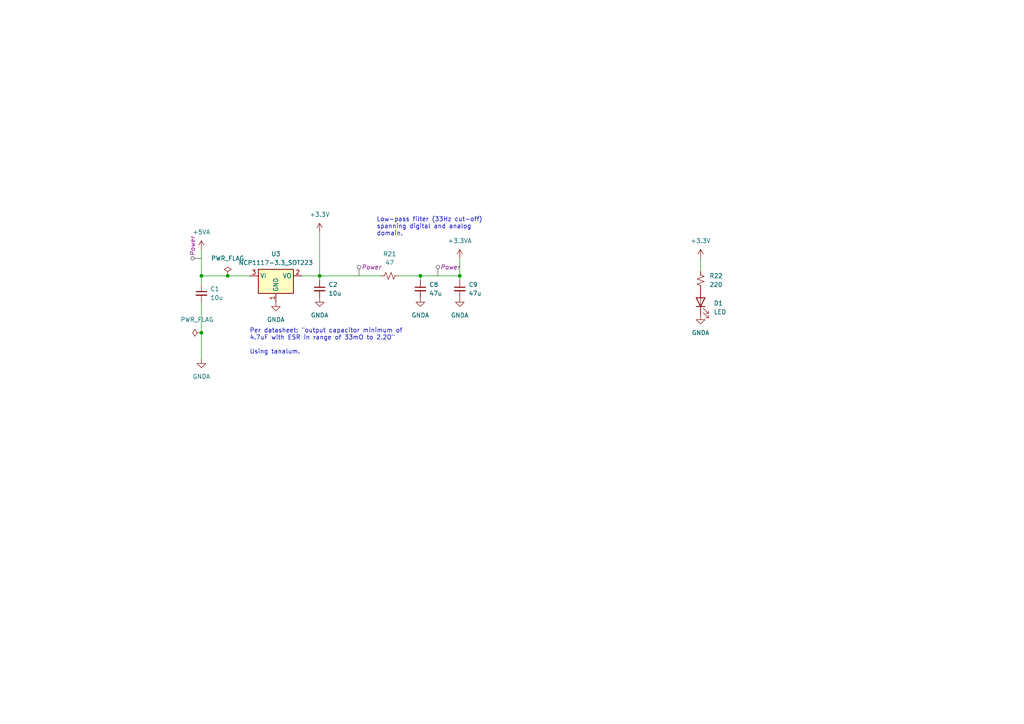
<source format=kicad_sch>
(kicad_sch (version 20230121) (generator eeschema)
  (paper "A4")
  (title_block (title "MicroLink - Power Related") (date "2024-02-20") (rev "0") (company "Bruce MacKinnon KC1FSZ") (comment 1 "Copyright (C) 2024 - Not For Commercial Use"))
  (lib_symbols
    (symbol "Device:C_Small" (pin_numbers hide) (pin_names (offset 0.254) hide)
      (property "Reference" "C" (at 0.254 1.778 0))
      (property "Value" "C_Small" (at 0.254 -2.032 0))
      (symbol "C_Small_0_1"
        (polyline (pts (xy -1.524 -0.508) (xy 1.524 -0.508)) (stroke (width 0.3302)))
        (polyline (pts (xy -1.524 0.508) (xy 1.524 0.508)) (stroke (width 0.3048)))
      )
      (symbol "C_Small_1_1"
        (pin passive line (at 0 2.54 270) (length 2.032) (name "~") (number "1"))
        (pin passive line (at 0 -2.54 90) (length 2.032) (name "~") (number "2"))
      )
    )
    (symbol "Device:LED" (pin_numbers hide) (pin_names (offset 1.016) hide)
      (property "Reference" "D" (at 0 2.54 0))
      (property "Value" "LED" (at 0 -2.54 0))
      (symbol "LED_0_1"
        (polyline (pts (xy -1.27 -1.27) (xy -1.27 1.27)) (stroke (width 0.254)))
        (polyline (pts (xy -1.27 0) (xy 1.27 0)))
        (polyline (pts (xy 1.27 -1.27) (xy 1.27 1.27) (xy -1.27 0) (xy 1.27 -1.27)) (stroke (width 0.254)))
        (polyline (pts (xy -3.048 -0.762) (xy -4.572 -2.286) (xy -3.81 -2.286) (xy -4.572 -2.286) (xy -4.572 -1.524)))
        (polyline (pts (xy -1.778 -0.762) (xy -3.302 -2.286) (xy -2.54 -2.286) (xy -3.302 -2.286) (xy -3.302 -1.524)))
      )
      (symbol "LED_1_1"
        (pin passive line (at -3.81 0 0) (length 2.54) (name "K") (number "1"))
        (pin passive line (at 3.81 0 180) (length 2.54) (name "A") (number "2"))
      )
    )
    (symbol "Device:R_Small_US" (pin_numbers hide) (pin_names (offset 0.254) hide)
      (property "Reference" "R" (at 0.762 0.508 0))
      (property "Value" "R_Small_US" (at 0.762 -1.016 0))
      (symbol "R_Small_US_1_1"
        (polyline (pts (xy 0 0) (xy 1.016 -0.381) (xy 0 -0.762) (xy -1.016 -1.143) (xy 0 -1.524)))
        (polyline (pts (xy 0 1.524) (xy 1.016 1.143) (xy 0 0.762) (xy -1.016 0.381) (xy 0 0)))
        (pin passive line (at 0 2.54 270) (length 1.016) (name "~") (number "1"))
        (pin passive line (at 0 -2.54 90) (length 1.016) (name "~") (number "2"))
      )
    )
    (symbol "Regulator_Linear:NCP1117-3.3_SOT223"
      (property "Reference" "U" (at -3.81 3.175 0))
      (property "Value" "NCP1117-3.3_SOT223" (at 0 3.175 0))
      (symbol "NCP1117-3.3_SOT223_0_1"
        (rectangle (start -5.08 -5.08) (end 5.08 1.905) (stroke (width 0.254)) (fill (type background)))
      )
      (symbol "NCP1117-3.3_SOT223_1_1"
        (pin power_in line (at 0 -7.62 90) (length 2.54) (name "GND") (number "1"))
        (pin power_out line (at 7.62 0 180) (length 2.54) (name "VO") (number "2"))
        (pin power_in line (at -7.62 0 0) (length 2.54) (name "VI") (number "3"))
      )
    )
    (symbol "power:+3.3V" (power) (pin_names (offset 0))
      (property "Value" "+3.3V" (at 0 3.556 0))
      (symbol "+3.3V_0_1"
        (polyline (pts (xy -0.762 1.27) (xy 0 2.54)))
        (polyline (pts (xy 0 0) (xy 0 2.54)))
        (polyline (pts (xy 0 2.54) (xy 0.762 1.27)))
      )
      (symbol "+3.3V_1_1"
        (pin power_in line (at 0 0 90) (length 0) hide (name "+3.3V") (number "1"))
      )
    )
    (symbol "power:+3.3VA" (power) (pin_names (offset 0))
      (property "Value" "+3.3VA" (at 0 3.556 0))
      (symbol "+3.3VA_0_1"
        (polyline (pts (xy -0.762 1.27) (xy 0 2.54)))
        (polyline (pts (xy 0 0) (xy 0 2.54)))
        (polyline (pts (xy 0 2.54) (xy 0.762 1.27)))
      )
      (symbol "+3.3VA_1_1"
        (pin power_in line (at 0 0 90) (length 0) hide (name "+3.3VA") (number "1"))
      )
    )
    (symbol "power:+5VA" (power) (pin_names (offset 0))
      (property "Value" "+5VA" (at 0 3.556 0))
      (symbol "+5VA_0_1"
        (polyline (pts (xy -0.762 1.27) (xy 0 2.54)))
        (polyline (pts (xy 0 0) (xy 0 2.54)))
        (polyline (pts (xy 0 2.54) (xy 0.762 1.27)))
      )
      (symbol "+5VA_1_1"
        (pin power_in line (at 0 0 90) (length 0) hide (name "+5VA") (number "1"))
      )
    )
    (symbol "power:GNDA" (power) (pin_names (offset 0))
      (property "Value" "GNDA" (at 0 -3.81 0))
      (symbol "GNDA_0_1"
        (polyline (pts (xy 0 0) (xy 0 -1.27) (xy 1.27 -1.27) (xy 0 -2.54) (xy -1.27 -1.27) (xy 0 -1.27)))
      )
      (symbol "GNDA_1_1"
        (pin power_in line (at 0 0 270) (length 0) hide (name "GNDA") (number "1"))
      )
    )
    (symbol "power:PWR_FLAG" (power) (pin_numbers hide) (pin_names (offset 0) hide)
      (property "Value" "PWR_FLAG" (at 0 3.81 0))
      (symbol "PWR_FLAG_0_0"
        (pin power_out line (at 0 0 90) (length 0) (name "pwr") (number "1"))
      )
      (symbol "PWR_FLAG_0_1"
        (polyline (pts (xy 0 0) (xy 0 1.27) (xy -1.016 1.905) (xy 0 2.54) (xy 1.016 1.905) (xy 0 1.27)))
      )
    )
  )
  (junction (at 121.92 80.01))
  (junction (at 66.04 80.01))
  (junction (at 58.42 96.52))
  (junction (at 58.42 80.01))
  (junction (at 92.71 80.01))
  (junction (at 133.35 80.01))
  (wire (pts (xy 87.63 80.01) (xy 92.71 80.01)))
  (wire (pts (xy 58.42 72.39) (xy 58.42 80.01)))
  (wire (pts (xy 121.92 80.01) (xy 133.35 80.01)))
  (wire (pts (xy 115.57 80.01) (xy 121.92 80.01)))
  (wire (pts (xy 133.35 80.01) (xy 133.35 81.28)))
  (wire (pts (xy 121.92 80.01) (xy 121.92 81.28)))
  (wire (pts (xy 58.42 87.63) (xy 58.42 96.52)))
  (wire (pts (xy 203.2 74.93) (xy 203.2 78.74)))
  (wire (pts (xy 66.04 80.01) (xy 72.39 80.01)))
  (wire (pts (xy 58.42 80.01) (xy 66.04 80.01)))
  (wire (pts (xy 133.35 74.93) (xy 133.35 80.01)))
  (wire (pts (xy 58.42 96.52) (xy 58.42 104.14)))
  (wire (pts (xy 92.71 80.01) (xy 92.71 81.28)))
  (wire (pts (xy 92.71 67.31) (xy 92.71 80.01)))
  (wire (pts (xy 92.71 80.01) (xy 110.49 80.01)))
  (wire (pts (xy 58.42 82.55) (xy 58.42 80.01)))
  (text "Low-pass filter (33Hz cut-off)\nspanning digital and analog \ndomain." (at 109.22 68.58 0) (effects (font (size 1.27 1.27)) (justify left bottom)))
  (text "Per datasheet: \"output capacitor minimum of \n4.7uF with ESR in range of 33mO to 2.2O\"\n\nUsing tanalum." (at 72.39 102.87 0) (effects (font (size 1.27 1.27)) (justify left bottom)))
  (netclass_flag "" (length 2.54) (shape round) (at 58.42 74.93 90) (property "Netclass" "Power" (at 55.88 74.2315 90) (effects (font italic) (justify left))))
  (netclass_flag "" (length 2.54) (shape round) (at 127 80.01 0) (property "Netclass" "Power" (at 127.6985 77.47 0) (effects (font italic) (justify left))))
  (netclass_flag "" (length 2.54) (shape round) (at 104.14 80.01 0) (property "Netclass" "Power" (at 104.8385 77.47 0) (effects (font italic) (justify left))))
  (symbol (lib_id "power:GNDA") (at 80.01 87.63 0) (unit 1)
    (property "Reference" "#PWR021" (effects hide))
    (property "Value" "GNDA" (at 80.01 92.71 0))
  )
  (symbol (lib_id "power:PWR_FLAG") (at 58.42 96.52 90) (unit 1)
    (property "Reference" "#FLG02" (effects hide))
    (property "Value" "PWR_FLAG" (at 57.15 92.71 90))
  )
  (symbol (lib_id "power:GNDA") (at 58.42 104.14 0) (unit 1)
    (property "Reference" "#PWR014" (effects hide))
    (property "Value" "GNDA" (at 58.42 109.22 0))
  )
  (symbol (lib_id "power:+3.3VA") (at 133.35 74.93 0) (unit 1)
    (property "Reference" "#PWR016" (effects hide))
    (property "Value" "+3.3VA" (at 133.35 69.85 0))
  )
  (symbol (lib_id "power:GNDA") (at 121.92 86.36 0) (unit 1)
    (property "Reference" "#PWR041" (effects hide))
    (property "Value" "GNDA" (at 121.92 91.44 0))
  )
  (symbol (lib_id "power:GNDA") (at 92.71 86.36 0) (unit 1)
    (property "Reference" "#PWR015" (effects hide))
    (property "Value" "GNDA" (at 92.71 91.44 0))
  )
  (symbol (lib_id "Device:C_Small") (at 92.71 83.82 0) (unit 1)
    (property "Reference" "C2" (at 95.25 82.5563 0) (effects (justify left)))
    (property "Value" "10u" (at 95.25 85.0963 0) (effects (justify left)))
    (property "Footprint" "Capacitor_SMD:C_0805_2012Metric_Pad1.18x1.45mm_HandSolder" (effects hide))
  )
  (symbol (lib_id "power:+5VA") (at 58.42 72.39 0) (unit 1)
    (property "Reference" "#PWR01" (effects hide))
    (property "Value" "+5VA" (at 58.42 67.31 0))
  )
  (symbol (lib_id "Device:C_Small") (at 121.92 83.82 0) (unit 1)
    (property "Reference" "C8" (at 124.46 82.5563 0) (effects (justify left)))
    (property "Value" "47u" (at 124.46 85.0963 0) (effects (justify left)))
    (property "Footprint" "Capacitor_SMD:C_0805_2012Metric_Pad1.18x1.45mm_HandSolder" (effects hide))
  )
  (symbol (lib_id "Device:C_Small") (at 133.35 83.82 0) (unit 1)
    (property "Reference" "C9" (at 135.89 82.5563 0) (effects (justify left)))
    (property "Value" "47u" (at 135.89 85.0963 0) (effects (justify left)))
    (property "Footprint" "Capacitor_SMD:C_0805_2012Metric_Pad1.18x1.45mm_HandSolder" (effects hide))
  )
  (symbol (lib_id "Regulator_Linear:NCP1117-3.3_SOT223") (at 80.01 80.01 0) (unit 1)
    (property "Reference" "U3" (at 80.01 73.66 0))
    (property "Value" "NCP1117-3.3_SOT223" (at 80.01 76.2 0))
    (property "Footprint" "Package_TO_SOT_SMD:SOT-223-3_TabPin2" (effects hide))
    (property "Datasheet" "http://www.onsemi.com/pub_link/Collateral/NCP1117-D.PDF" (effects hide))
  )
  (symbol (lib_id "Device:C_Small") (at 58.42 85.09 0) (unit 1)
    (property "Reference" "C1" (at 60.96 83.8263 0) (effects (justify left)))
    (property "Value" "10u" (at 60.96 86.3663 0) (effects (justify left)))
    (property "Footprint" "Capacitor_SMD:C_0805_2012Metric_Pad1.18x1.45mm_HandSolder" (effects hide))
  )
  (symbol (lib_id "Device:R_Small_US") (at 203.2 81.28 0) (unit 1)
    (property "Reference" "R22" (at 205.74 80.01 0) (effects (justify left)))
    (property "Value" "220" (at 205.74 82.55 0) (effects (justify left)))
    (property "Footprint" "Resistor_SMD:R_0805_2012Metric_Pad1.20x1.40mm_HandSolder" (effects hide))
  )
  (symbol (lib_id "Device:LED") (at 203.2 87.63 90) (unit 1)
    (property "Reference" "D1" (at 207.01 87.9475 90) (effects (justify right)))
    (property "Value" "LED" (at 207.01 90.4875 90) (effects (justify right)))
    (property "Footprint" "LED_SMD:LED_0805_2012Metric_Pad1.15x1.40mm_HandSolder" (effects hide))
  )
  (symbol (lib_id "power:GNDA") (at 133.35 86.36 0) (unit 1)
    (property "Reference" "#PWR044" (effects hide))
    (property "Value" "GNDA" (at 133.35 91.44 0))
  )
  (symbol (lib_id "Device:R_Small_US") (at 113.03 80.01 90) (unit 1)
    (property "Reference" "R21" (at 113.03 73.66 90))
    (property "Value" "47" (at 113.03 76.2 90))
    (property "Footprint" "Resistor_SMD:R_0805_2012Metric_Pad1.20x1.40mm_HandSolder" (effects hide))
  )
  (symbol (lib_id "power:PWR_FLAG") (at 66.04 80.01 0) (unit 1)
    (property "Reference" "#FLG01" (effects hide))
    (property "Value" "PWR_FLAG" (at 66.04 74.93 0))
  )
  (symbol (lib_id "power:+3.3V") (at 203.2 74.93 0) (unit 1)
    (property "Reference" "#PWR024" (effects hide))
    (property "Value" "+3.3V" (at 203.2 69.85 0))
  )
  (symbol (lib_id "power:GNDA") (at 203.2 91.44 0) (unit 1)
    (property "Reference" "#PWR025" (effects hide))
    (property "Value" "GNDA" (at 203.2 96.52 0))
  )
  (symbol (lib_id "power:+3.3V") (at 92.71 67.31 0) (unit 1)
    (property "Reference" "#PWR046" (effects hide))
    (property "Value" "+3.3V" (at 92.71 62.23 0))
  )
)
</source>
